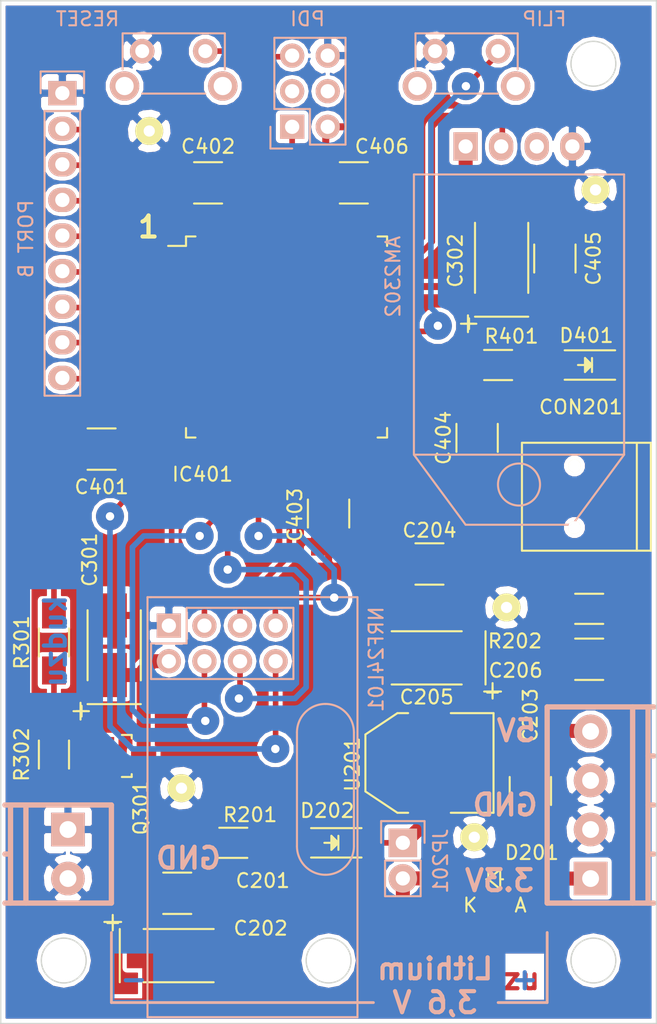
<source format=kicad_pcb>
(kicad_pcb (version 4) (host pcbnew 4.0.2+dfsg1-2~bpo8+1-stable)
  (layers (0 F.Cu signal) (31 B.Cu signal) (34 B.Paste user) (35 F.Paste user) (36 B.SilkS user) (37 F.SilkS user) (38 B.Mask user) (39 F.Mask user) (44 Edge.Cuts user))
  (net 0 "")
  (net 1 VCC)
  (net 2 GND)
  (net 3 "Net-(C203-Pad1)")
  (net 4 "Net-(C204-Pad1)")
  (net 5 "Net-(C301-Pad1)")
  (net 6 uC:RST/PDI_CLK)
  (net 7 "Net-(CON201-Pad4)")
  (net 8 "Net-(D201-Pad2)")
  (net 9 "Net-(D401-Pad2)")
  (net 10 "Net-(IC401-Pad1)")
  (net 11 "Net-(IC401-Pad2)")
  (net 12 "Net-(IC401-Pad3)")
  (net 13 "Net-(IC401-Pad4)")
  (net 14 "Net-(IC401-Pad5)")
  (net 15 "Net-(IC401-Pad6)")
  (net 16 "Net-(IC401-Pad7)")
  (net 17 "Net-(IC401-Pad8)")
  (net 18 "Net-(IC401-Pad9)")
  (net 19 nRF_PWR)
  (net 20 nRF_IRQ)
  (net 21 nRF_CE)
  (net 22 nRF_CSN)
  (net 23 nRF_MOSI)
  (net 24 nRF_MISO)
  (net 25 nRF_SCK)
  (net 26 "Net-(IC401-Pad26)")
  (net 27 "Net-(IC401-Pad27)")
  (net 28 "Net-(IC401-Pad28)")
  (net 29 "Net-(IC401-Pad29)")
  (net 30 "Net-(IC401-Pad30)")
  (net 31 "Net-(IC401-Pad31)")
  (net 32 uC:USB_D-)
  (net 33 uC:USB_D+)
  (net 34 DHT_DATA)
  (net 35 "Net-(IC401-Pad37)")
  (net 36 "Net-(IC401-Pad38)")
  (net 37 "Net-(IC401-Pad39)")
  (net 38 "Net-(IC401-Pad40)")
  (net 39 uC:FLIP_SW)
  (net 40 "Net-(IC401-Pad42)")
  (net 41 "Net-(IC401-Pad43)")
  (net 42 "Net-(IC401-Pad46)")
  (net 43 "Net-(IC401-Pad47)")
  (net 44 "Net-(IC401-Pad49)")
  (net 45 "Net-(IC401-Pad50)")
  (net 46 "Net-(IC401-Pad51)")
  (net 47 "Net-(IC401-Pad54)")
  (net 48 "Net-(IC401-Pad55)")
  (net 49 uC:PDI_DATA)
  (net 50 "Net-(IC401-Pad62)")
  (net 51 "Net-(IC401-Pad63)")
  (net 52 "Net-(IC401-Pad64)")
  (net 53 "Net-(P402-Pad3)")
  (net 54 "Net-(P402-Pad4)")
  (net 55 "Net-(Q301-Pad1)")
  (net 56 "Net-(C206-Pad2)")
  (net 57 "Net-(MOD302-Pad3)")
  (net 58 "Net-(D202-Pad2)")
  (net 59 "Net-(IC401-Pad58)")
  (net 60 "Net-(IC401-Pad59)")
  (net 61 "Net-(IC401-Pad10)")
  (net 62 "Net-(IC401-Pad11)")
  (net 63 "Net-(IC401-Pad12)")
  (net 64 "Net-(IC401-Pad13)")
  (net 65 "Net-(IC401-Pad36)")
  (net 66 "Net-(IC401-Pad16)")
  (module My_modules:AM2302_Naked_H (layer B.Cu) (at 197.8 93 180)
    (fp_text reference MOD302 hide)
    (fp_text value AM2302 (at 12.8 -9.3 270) (layer B.SilkS) (effects (justify mirror)))
    (pad 1 thru_hole rect (at 7.62 0 180) (size 1.7272 2.032) (drill 1.016) (layers *.Cu *.Mask B.SilkS) (net 1 VCC))
    (pad 3 thru_hole oval (at 2.54 0 180) (size 1.7272 2.032) (drill 1.016) (layers *.Cu *.Mask B.SilkS) (net 57 "Net-(MOD302-Pad3)"))
    (pad 2 thru_hole oval (at 5.08 0 180) (size 1.7272 2.032) (drill 1.016) (layers *.Cu *.Mask B.SilkS) (net 34 DHT_DATA))
    (pad 4 thru_hole oval (at 0 0 180) (size 1.7272 2.032) (drill 1.016) (layers *.Cu *.Mask B.SilkS) (net 2 GND))
  )
  (module Housings_QFP:TQFP-64_14x14mm_Pitch0.8mm (layer F.Cu) (at 177.4 106.6)
    (fp_text reference IC401 (at -6 9.8) (layer F.SilkS))
    (fp_text value ATXMEGA128A3U-A)
    (pad 1 smd rect (at -7.7 -6) (size 1.5 0.55) (layers F.Cu F.Paste F.Mask) (net 10 "Net-(IC401-Pad1)"))
    (pad 2 smd rect (at -7.7 -5.2) (size 1.5 0.55) (layers F.Cu F.Paste F.Mask) (net 11 "Net-(IC401-Pad2)"))
    (pad 3 smd rect (at -7.7 -4.4) (size 1.5 0.55) (layers F.Cu F.Paste F.Mask) (net 12 "Net-(IC401-Pad3)"))
    (pad 4 smd rect (at -7.7 -3.6) (size 1.5 0.55) (layers F.Cu F.Paste F.Mask) (net 13 "Net-(IC401-Pad4)"))
    (pad 5 smd rect (at -7.7 -2.8) (size 1.5 0.55) (layers F.Cu F.Paste F.Mask) (net 14 "Net-(IC401-Pad5)"))
    (pad 6 smd rect (at -7.7 -2) (size 1.5 0.55) (layers F.Cu F.Paste F.Mask) (net 15 "Net-(IC401-Pad6)"))
    (pad 7 smd rect (at -7.7 -1.2) (size 1.5 0.55) (layers F.Cu F.Paste F.Mask) (net 16 "Net-(IC401-Pad7)"))
    (pad 8 smd rect (at -7.7 -0.4) (size 1.5 0.55) (layers F.Cu F.Paste F.Mask) (net 17 "Net-(IC401-Pad8)"))
    (pad 9 smd rect (at -7.7 0.4) (size 1.5 0.55) (layers F.Cu F.Paste F.Mask) (net 18 "Net-(IC401-Pad9)"))
    (pad 10 smd rect (at -7.7 1.2) (size 1.5 0.55) (layers F.Cu F.Paste F.Mask) (net 61 "Net-(IC401-Pad10)"))
    (pad 11 smd rect (at -7.7 2) (size 1.5 0.55) (layers F.Cu F.Paste F.Mask) (net 62 "Net-(IC401-Pad11)"))
    (pad 12 smd rect (at -7.7 2.8) (size 1.5 0.55) (layers F.Cu F.Paste F.Mask) (net 63 "Net-(IC401-Pad12)"))
    (pad 13 smd rect (at -7.7 3.6) (size 1.5 0.55) (layers F.Cu F.Paste F.Mask) (net 64 "Net-(IC401-Pad13)"))
    (pad 14 smd rect (at -7.7 4.4) (size 1.5 0.55) (layers F.Cu F.Paste F.Mask) (net 2 GND))
    (pad 15 smd rect (at -7.7 5.2) (size 1.5 0.55) (layers F.Cu F.Paste F.Mask) (net 1 VCC))
    (pad 16 smd rect (at -7.7 6) (size 1.5 0.55) (layers F.Cu F.Paste F.Mask) (net 66 "Net-(IC401-Pad16)"))
    (pad 17 smd rect (at -6 7.7 90) (size 1.5 0.55) (layers F.Cu F.Paste F.Mask) (net 19 nRF_PWR))
    (pad 18 smd rect (at -5.2 7.7 90) (size 1.5 0.55) (layers F.Cu F.Paste F.Mask) (net 20 nRF_IRQ))
    (pad 19 smd rect (at -4.4 7.7 90) (size 1.5 0.55) (layers F.Cu F.Paste F.Mask) (net 21 nRF_CE))
    (pad 20 smd rect (at -3.6 7.7 90) (size 1.5 0.55) (layers F.Cu F.Paste F.Mask) (net 22 nRF_CSN))
    (pad 21 smd rect (at -2.8 7.7 90) (size 1.5 0.55) (layers F.Cu F.Paste F.Mask) (net 23 nRF_MOSI))
    (pad 22 smd rect (at -2 7.7 90) (size 1.5 0.55) (layers F.Cu F.Paste F.Mask) (net 24 nRF_MISO))
    (pad 23 smd rect (at -1.2 7.7 90) (size 1.5 0.55) (layers F.Cu F.Paste F.Mask) (net 25 nRF_SCK))
    (pad 24 smd rect (at -0.4 7.7 90) (size 1.5 0.55) (layers F.Cu F.Paste F.Mask) (net 2 GND))
    (pad 25 smd rect (at 0.4 7.7 90) (size 1.5 0.55) (layers F.Cu F.Paste F.Mask) (net 1 VCC))
    (pad 26 smd rect (at 1.2 7.7 90) (size 1.5 0.55) (layers F.Cu F.Paste F.Mask) (net 26 "Net-(IC401-Pad26)"))
    (pad 27 smd rect (at 2 7.7 90) (size 1.5 0.55) (layers F.Cu F.Paste F.Mask) (net 27 "Net-(IC401-Pad27)"))
    (pad 28 smd rect (at 2.8 7.7 90) (size 1.5 0.55) (layers F.Cu F.Paste F.Mask) (net 28 "Net-(IC401-Pad28)"))
    (pad 29 smd rect (at 3.6 7.7 90) (size 1.5 0.55) (layers F.Cu F.Paste F.Mask) (net 29 "Net-(IC401-Pad29)"))
    (pad 30 smd rect (at 4.4 7.7 90) (size 1.5 0.55) (layers F.Cu F.Paste F.Mask) (net 30 "Net-(IC401-Pad30)"))
    (pad 31 smd rect (at 5.2 7.7 90) (size 1.5 0.55) (layers F.Cu F.Paste F.Mask) (net 31 "Net-(IC401-Pad31)"))
    (pad 32 smd rect (at 6 7.7 90) (size 1.5 0.55) (layers F.Cu F.Paste F.Mask) (net 32 uC:USB_D-))
    (pad 33 smd rect (at 7.7 6) (size 1.5 0.55) (layers F.Cu F.Paste F.Mask) (net 33 uC:USB_D+))
    (pad 34 smd rect (at 7.7 5.2) (size 1.5 0.55) (layers F.Cu F.Paste F.Mask) (net 2 GND))
    (pad 35 smd rect (at 7.7 4.4) (size 1.5 0.55) (layers F.Cu F.Paste F.Mask) (net 1 VCC))
    (pad 36 smd rect (at 7.7 3.6) (size 1.5 0.55) (layers F.Cu F.Paste F.Mask) (net 65 "Net-(IC401-Pad36)"))
    (pad 37 smd rect (at 7.7 2.8) (size 1.5 0.55) (layers F.Cu F.Paste F.Mask) (net 35 "Net-(IC401-Pad37)"))
    (pad 38 smd rect (at 7.7 2) (size 1.5 0.55) (layers F.Cu F.Paste F.Mask) (net 36 "Net-(IC401-Pad38)"))
    (pad 39 smd rect (at 7.7 1.2) (size 1.5 0.55) (layers F.Cu F.Paste F.Mask) (net 37 "Net-(IC401-Pad39)"))
    (pad 40 smd rect (at 7.7 0.4) (size 1.5 0.55) (layers F.Cu F.Paste F.Mask) (net 38 "Net-(IC401-Pad40)"))
    (pad 41 smd rect (at 7.7 -0.4) (size 1.5 0.55) (layers F.Cu F.Paste F.Mask) (net 39 uC:FLIP_SW))
    (pad 42 smd rect (at 7.7 -1.2) (size 1.5 0.55) (layers F.Cu F.Paste F.Mask) (net 40 "Net-(IC401-Pad42)"))
    (pad 43 smd rect (at 7.7 -2) (size 1.5 0.55) (layers F.Cu F.Paste F.Mask) (net 41 "Net-(IC401-Pad43)"))
    (pad 44 smd rect (at 7.7 -2.8) (size 1.5 0.55) (layers F.Cu F.Paste F.Mask) (net 2 GND))
    (pad 45 smd rect (at 7.7 -3.6) (size 1.5 0.55) (layers F.Cu F.Paste F.Mask) (net 1 VCC))
    (pad 46 smd rect (at 7.7 -4.4) (size 1.5 0.55) (layers F.Cu F.Paste F.Mask) (net 42 "Net-(IC401-Pad46)"))
    (pad 47 smd rect (at 7.7 -5.2) (size 1.5 0.55) (layers F.Cu F.Paste F.Mask) (net 43 "Net-(IC401-Pad47)"))
    (pad 48 smd rect (at 7.7 -6) (size 1.5 0.55) (layers F.Cu F.Paste F.Mask) (net 34 DHT_DATA))
    (pad 49 smd rect (at 6 -7.7 90) (size 1.5 0.55) (layers F.Cu F.Paste F.Mask) (net 44 "Net-(IC401-Pad49)"))
    (pad 50 smd rect (at 5.2 -7.7 90) (size 1.5 0.55) (layers F.Cu F.Paste F.Mask) (net 45 "Net-(IC401-Pad50)"))
    (pad 51 smd rect (at 4.4 -7.7 90) (size 1.5 0.55) (layers F.Cu F.Paste F.Mask) (net 46 "Net-(IC401-Pad51)"))
    (pad 52 smd rect (at 3.6 -7.7 90) (size 1.5 0.55) (layers F.Cu F.Paste F.Mask) (net 2 GND))
    (pad 53 smd rect (at 2.8 -7.7 90) (size 1.5 0.55) (layers F.Cu F.Paste F.Mask) (net 1 VCC))
    (pad 54 smd rect (at 2 -7.7 90) (size 1.5 0.55) (layers F.Cu F.Paste F.Mask) (net 47 "Net-(IC401-Pad54)"))
    (pad 55 smd rect (at 1.2 -7.7 90) (size 1.5 0.55) (layers F.Cu F.Paste F.Mask) (net 48 "Net-(IC401-Pad55)"))
    (pad 56 smd rect (at 0.4 -7.7 90) (size 1.5 0.55) (layers F.Cu F.Paste F.Mask) (net 49 uC:PDI_DATA))
    (pad 57 smd rect (at -0.4 -7.7 90) (size 1.5 0.55) (layers F.Cu F.Paste F.Mask) (net 6 uC:RST/PDI_CLK))
    (pad 58 smd rect (at -1.2 -7.7 90) (size 1.5 0.55) (layers F.Cu F.Paste F.Mask) (net 59 "Net-(IC401-Pad58)"))
    (pad 59 smd rect (at -2 -7.7 90) (size 1.5 0.55) (layers F.Cu F.Paste F.Mask) (net 60 "Net-(IC401-Pad59)"))
    (pad 60 smd rect (at -2.8 -7.7 90) (size 1.5 0.55) (layers F.Cu F.Paste F.Mask) (net 2 GND))
    (pad 61 smd rect (at -3.6 -7.7 90) (size 1.5 0.55) (layers F.Cu F.Paste F.Mask) (net 1 VCC))
    (pad 62 smd rect (at -4.4 -7.7 90) (size 1.5 0.55) (layers F.Cu F.Paste F.Mask) (net 50 "Net-(IC401-Pad62)"))
    (pad 63 smd rect (at -5.2 -7.7 90) (size 1.5 0.55) (layers F.Cu F.Paste F.Mask) (net 51 "Net-(IC401-Pad63)"))
    (pad 64 smd rect (at -6 -7.7 90) (size 1.5 0.55) (layers F.Cu F.Paste F.Mask) (net 52 "Net-(IC401-Pad64)"))
  )
  (module Pin_Headers:Pin_Header_Straight_2x03 (layer B.Cu) (at 177.8 91.6)
    (fp_text reference P402 hide)
    (fp_text value PDI (at 1.1 -7.7 180) (layer B.SilkS) (effects (justify mirror)))
    (pad 1 thru_hole rect (at 0 0) (size 1.7272 1.7272) (drill 1.016) (layers *.Cu *.Mask B.SilkS) (net 49 uC:PDI_DATA))
    (pad 2 thru_hole oval (at 2.54 0) (size 1.7272 1.7272) (drill 1.016) (layers *.Cu *.Mask B.SilkS) (net 1 VCC))
    (pad 3 thru_hole oval (at 0 -2.54) (size 1.7272 1.7272) (drill 1.016) (layers *.Cu *.Mask B.SilkS) (net 53 "Net-(P402-Pad3)"))
    (pad 4 thru_hole oval (at 2.54 -2.54) (size 1.7272 1.7272) (drill 1.016) (layers *.Cu *.Mask B.SilkS) (net 54 "Net-(P402-Pad4)"))
    (pad 5 thru_hole oval (at 0 -5.08) (size 1.7272 1.7272) (drill 1.016) (layers *.Cu *.Mask B.SilkS) (net 6 uC:RST/PDI_CLK))
    (pad 6 thru_hole oval (at 2.54 -5.08) (size 1.7272 1.7272) (drill 1.016) (layers *.Cu *.Mask B.SilkS) (net 2 GND))
  )
  (module Capacitors_SMD:C_1210_HandSoldering (layer F.Cu) (at 199 129.6)
    (fp_text reference C206 (at -5.25 0.8) (layer F.SilkS))
    (fp_text value 4n7)
    (pad 1 smd rect (at -2 0) (size 2 2.5) (layers F.Cu F.Paste F.Mask) (net 2 GND))
    (pad 2 smd rect (at 2 0) (size 2 2.5) (layers F.Cu F.Paste F.Mask) (net 56 "Net-(C206-Pad2)"))
  )
  (module My_modules:nRF24L01 (layer B.Cu) (at 169 127.2 180)
    (fp_text reference MOD301 hide)
    (fp_text value NRF24L01 (at -14.8 -2.4 270) (layer B.SilkS) (effects (justify mirror)))
    (pad 1 thru_hole rect (at 0 0) (size 1.7272 1.7272) (drill 1.016) (layers *.Cu *.Mask B.SilkS) (net 2 GND) (thermal_gap 0.508))
    (pad 2 thru_hole oval (at 0 -2.54) (size 1.7272 1.7272) (drill 1.016) (layers *.Cu *.Mask B.SilkS) (net 5 "Net-(C301-Pad1)"))
    (pad 3 thru_hole oval (at -2.54 0) (size 1.7272 1.7272) (drill 1.016) (layers *.Cu *.Mask B.SilkS) (net 21 nRF_CE))
    (pad 4 thru_hole oval (at -2.54 -2.54) (size 1.7272 1.7272) (drill 1.016) (layers *.Cu *.Mask B.SilkS) (net 22 nRF_CSN))
    (pad 5 thru_hole oval (at -5.08 0) (size 1.7272 1.7272) (drill 1.016) (layers *.Cu *.Mask B.SilkS) (net 25 nRF_SCK))
    (pad 6 thru_hole oval (at -5.08 -2.54) (size 1.7272 1.7272) (drill 1.016) (layers *.Cu *.Mask B.SilkS) (net 23 nRF_MOSI))
    (pad 7 thru_hole oval (at -7.62 0) (size 1.7272 1.7272) (drill 1.016) (layers *.Cu *.Mask B.SilkS) (net 24 nRF_MISO))
    (pad 8 thru_hole oval (at -7.62 -2.54) (size 1.7272 1.7272) (drill 1.016) (layers *.Cu *.Mask B.SilkS) (net 20 nRF_IRQ))
  )
  (module TO_SOT_Packages_SMD:SOT-23_Handsoldering (layer F.Cu) (at 165.7 136.5 270)
    (fp_text reference Q301 (at 3.7 -1.3 270) (layer F.SilkS))
    (fp_text value Q_PMOS_GSD)
    (pad 1 smd rect (at -0.95 1.50114 270) (size 0.8001 1.80086) (layers F.Cu F.Paste F.Mask) (net 55 "Net-(Q301-Pad1)"))
    (pad 2 smd rect (at 0.95 1.50114 270) (size 0.8001 1.80086) (layers F.Cu F.Paste F.Mask) (net 1 VCC))
    (pad 3 smd rect (at 0 -1.50114 270) (size 0.8001 1.80086) (layers F.Cu F.Paste F.Mask) (net 5 "Net-(C301-Pad1)"))
  )
  (module My_modules:USB_Mini-B_mod (layer F.Cu) (at 198.8 118 180)
    (fp_text reference CON201 (at 0.4 6.4 180) (layer F.SilkS))
    (fp_text value USB-MINI-B)
    (pad 1 smd rect (at 3.44932 -1.6002 180) (size 2.30124 0.50038) (layers F.Cu F.Paste F.Mask) (net 4 "Net-(C204-Pad1)"))
    (pad 2 smd rect (at 3.44932 -0.8001 180) (size 2.30124 0.50038) (layers F.Cu F.Paste F.Mask) (net 32 uC:USB_D-))
    (pad 3 smd rect (at 3.44932 0 180) (size 2.30124 0.50038) (layers F.Cu F.Paste F.Mask) (net 33 uC:USB_D+))
    (pad 4 smd rect (at 3.44932 0.8001 180) (size 2.30124 0.50038) (layers F.Cu F.Paste F.Mask) (net 7 "Net-(CON201-Pad4)"))
    (pad 5 smd rect (at 3.44932 1.6002 180) (size 2.30124 0.50038) (layers F.Cu F.Paste F.Mask) (net 2 GND))
    (pad 9 smd rect (at 3.35026 -4.45008 180) (size 2.49936 1.99898) (layers F.Cu F.Paste F.Mask) (net 56 "Net-(C206-Pad2)"))
    (pad 8 smd rect (at -2.14884 -4.45008 180) (size 2.49936 1.99898) (layers F.Cu F.Paste F.Mask) (net 56 "Net-(C206-Pad2)"))
    (pad 6 smd rect (at 3.35026 4.45008 180) (size 2.49936 1.99898) (layers F.Cu F.Paste F.Mask) (net 56 "Net-(C206-Pad2)"))
    (pad 7 smd rect (at -2.14884 4.45008 180) (size 2.49936 1.99898) (layers F.Cu F.Paste F.Mask) (net 56 "Net-(C206-Pad2)"))
    (pad "" np_thru_hole circle (at 0.8509 -2.19964 180) (size 0.89916 0.89916) (drill 0.89916) (layers *.Cu *.Mask F.SilkS))
    (pad "" np_thru_hole circle (at 0.8509 2.19964 180) (size 0.89916 0.89916) (drill 0.89916) (layers *.Cu *.Mask F.SilkS))
  )
  (module TO_SOT_Packages_SMD:SOT-223 (layer F.Cu) (at 187.6 137 90)
    (fp_text reference U201 (at -0.1 -5.5 90) (layer F.SilkS))
    (fp_text value NCP1117ST33T3G)
    (pad 4 smd rect (at 0 -3.302 90) (size 3.6576 2.032) (layers F.Cu F.Paste F.Mask))
    (pad 2 smd rect (at 0 3.302 90) (size 1.016 2.032) (layers F.Cu F.Paste F.Mask) (net 3 "Net-(C203-Pad1)"))
    (pad 3 smd rect (at 2.286 3.302 90) (size 1.016 2.032) (layers F.Cu F.Paste F.Mask) (net 4 "Net-(C204-Pad1)"))
    (pad 1 smd rect (at -2.286 3.302 90) (size 1.016 2.032) (layers F.Cu F.Paste F.Mask) (net 2 GND))
  )
  (module Capacitors_SMD:C_1210_HandSoldering (layer F.Cu) (at 169.6 146.3)
    (fp_text reference C201 (at 6.1 -0.9) (layer F.SilkS))
    (fp_text value C)
    (pad 1 smd rect (at -2 0) (size 2 2.5) (layers F.Cu F.Paste F.Mask) (net 1 VCC))
    (pad 2 smd rect (at 2 0) (size 2 2.5) (layers F.Cu F.Paste F.Mask) (net 2 GND))
  )
  (module Capacitors_SMD:C_1210_HandSoldering (layer F.Cu) (at 194.8 139 270)
    (fp_text reference C203 (at -5.4 0 270) (layer F.SilkS))
    (fp_text value C)
    (pad 1 smd rect (at -2 0 270) (size 2 2.5) (layers F.Cu F.Paste F.Mask) (net 3 "Net-(C203-Pad1)"))
    (pad 2 smd rect (at 2 0 270) (size 2 2.5) (layers F.Cu F.Paste F.Mask) (net 2 GND))
  )
  (module Capacitors_SMD:C_1210_HandSoldering (layer F.Cu) (at 187.6 122.8 180)
    (fp_text reference C204 (at 0 2.4 180) (layer F.SilkS))
    (fp_text value C)
    (pad 1 smd rect (at -2 0 180) (size 2 2.5) (layers F.Cu F.Paste F.Mask) (net 4 "Net-(C204-Pad1)"))
    (pad 2 smd rect (at 2 0 180) (size 2 2.5) (layers F.Cu F.Paste F.Mask) (net 2 GND))
  )
  (module Capacitors_SMD:C_1210_HandSoldering (layer F.Cu) (at 164.2 114.6 180)
    (fp_text reference C401 (at 0 -2.7 180) (layer F.SilkS))
    (fp_text value C)
    (pad 1 smd rect (at -2 0 180) (size 2 2.5) (layers F.Cu F.Paste F.Mask) (net 1 VCC))
    (pad 2 smd rect (at 2 0 180) (size 2 2.5) (layers F.Cu F.Paste F.Mask) (net 2 GND))
  )
  (module Capacitors_SMD:C_1210_HandSoldering (layer F.Cu) (at 180.4 119.2 270)
    (fp_text reference C403 (at 0.1 2.4 270) (layer F.SilkS))
    (fp_text value C)
    (pad 1 smd rect (at -2 0 270) (size 2 2.5) (layers F.Cu F.Paste F.Mask) (net 1 VCC))
    (pad 2 smd rect (at 2 0 270) (size 2 2.5) (layers F.Cu F.Paste F.Mask) (net 2 GND))
  )
  (module Capacitors_SMD:C_1210_HandSoldering (layer F.Cu) (at 191 113.8 270)
    (fp_text reference C404 (at 0 2.4 270) (layer F.SilkS))
    (fp_text value C)
    (pad 1 smd rect (at -2 0 270) (size 2 2.5) (layers F.Cu F.Paste F.Mask) (net 1 VCC))
    (pad 2 smd rect (at 2 0 270) (size 2 2.5) (layers F.Cu F.Paste F.Mask) (net 2 GND))
  )
  (module Capacitors_SMD:C_1210_HandSoldering (layer F.Cu) (at 196.55 101 90)
    (fp_text reference C405 (at 0 2.75 90) (layer F.SilkS))
    (fp_text value C)
    (pad 1 smd rect (at -2 0 90) (size 2 2.5) (layers F.Cu F.Paste F.Mask) (net 1 VCC))
    (pad 2 smd rect (at 2 0 90) (size 2 2.5) (layers F.Cu F.Paste F.Mask) (net 2 GND))
  )
  (module Capacitors_SMD:C_1210_HandSoldering (layer F.Cu) (at 182.2 95.6)
    (fp_text reference C406 (at 2 -2.6) (layer F.SilkS))
    (fp_text value C)
    (pad 1 smd rect (at -2 0) (size 2 2.5) (layers F.Cu F.Paste F.Mask) (net 1 VCC))
    (pad 2 smd rect (at 2 0) (size 2 2.5) (layers F.Cu F.Paste F.Mask) (net 2 GND))
  )
  (module LEDs:LED_1206 (layer F.Cu) (at 198.7 108.6 180)
    (fp_text reference D401 (at -0.1 2.1 180) (layer F.SilkS))
    (fp_text value LED)
    (pad 2 smd rect (at 1.41986 0) (size 1.59766 1.80086) (layers F.Cu F.Paste F.Mask) (net 9 "Net-(D401-Pad2)"))
    (pad 1 smd rect (at -1.41986 0) (size 1.59766 1.80086) (layers F.Cu F.Paste F.Mask) (net 1 VCC))
  )
  (module Resistors_SMD:R_1206_HandSoldering (layer F.Cu) (at 173.6 142.7 180)
    (fp_text reference R201 (at -1.2 2 180) (layer F.SilkS))
    (fp_text value 330R)
    (pad 1 smd rect (at -2 0 180) (size 2 1.7) (layers F.Cu F.Paste F.Mask) (net 58 "Net-(D202-Pad2)"))
    (pad 2 smd rect (at 2 0 180) (size 2 1.7) (layers F.Cu F.Paste F.Mask) (net 2 GND))
  )
  (module Resistors_SMD:R_1206_HandSoldering (layer F.Cu) (at 199 126 180)
    (fp_text reference R202 (at 5.3 -2.3 360) (layer F.SilkS))
    (fp_text value 1M)
    (pad 1 smd rect (at -2 0 180) (size 2 1.7) (layers F.Cu F.Paste F.Mask) (net 56 "Net-(C206-Pad2)"))
    (pad 2 smd rect (at 2 0 180) (size 2 1.7) (layers F.Cu F.Paste F.Mask) (net 2 GND))
  )
  (module Resistors_SMD:R_1206_HandSoldering (layer F.Cu) (at 160.8 128.4 90)
    (fp_text reference R301 (at 0 -2.3 90) (layer F.SilkS))
    (fp_text value 100R)
    (pad 1 smd rect (at -2 0 90) (size 2 1.7) (layers F.Cu F.Paste F.Mask) (net 55 "Net-(Q301-Pad1)"))
    (pad 2 smd rect (at 2 0 90) (size 2 1.7) (layers F.Cu F.Paste F.Mask) (net 19 nRF_PWR))
  )
  (module Resistors_SMD:R_1206_HandSoldering (layer F.Cu) (at 160.8 136.4 90)
    (fp_text reference R302 (at 0 -2.3 90) (layer F.SilkS))
    (fp_text value 100k)
    (pad 1 smd rect (at -2 0 90) (size 2 1.7) (layers F.Cu F.Paste F.Mask) (net 1 VCC))
    (pad 2 smd rect (at 2 0 90) (size 2 1.7) (layers F.Cu F.Paste F.Mask) (net 55 "Net-(Q301-Pad1)"))
  )
  (module Capacitors_SMD:C_1210_HandSoldering (layer F.Cu) (at 171.8 95.6 180)
    (fp_text reference C402 (at 0 2.6 180) (layer F.SilkS))
    (fp_text value C)
    (pad 1 smd rect (at -2 0 180) (size 2 2.5) (layers F.Cu F.Paste F.Mask) (net 1 VCC))
    (pad 2 smd rect (at 2 0 180) (size 2 2.5) (layers F.Cu F.Paste F.Mask) (net 2 GND))
  )
  (module Resistors_SMD:R_1206_HandSoldering (layer F.Cu) (at 192.5 108.6 180)
    (fp_text reference R401 (at -0.95 2.05 180) (layer F.SilkS))
    (fp_text value 330R)
    (pad 1 smd rect (at -2 0 180) (size 2 1.7) (layers F.Cu F.Paste F.Mask) (net 9 "Net-(D401-Pad2)"))
    (pad 2 smd rect (at 2 0 180) (size 2 1.7) (layers F.Cu F.Paste F.Mask) (net 36 "Net-(IC401-Pad38)"))
  )
  (module Pin_Headers:Pin_Header_Straight_1x09 (layer B.Cu) (at 161.4 89.2 180)
    (fp_text reference P401 hide)
    (fp_text value "PORT B" (at 2.6 -10.4 270) (layer B.SilkS) (effects (justify mirror)))
    (pad 1 thru_hole rect (at 0 0 180) (size 2.032 1.7272) (drill 1.016) (layers *.Cu *.Mask B.SilkS) (net 2 GND))
    (pad 2 thru_hole oval (at 0 -2.54 180) (size 2.032 1.7272) (drill 1.016) (layers *.Cu *.Mask B.SilkS) (net 15 "Net-(IC401-Pad6)"))
    (pad 3 thru_hole oval (at 0 -5.08 180) (size 2.032 1.7272) (drill 1.016) (layers *.Cu *.Mask B.SilkS) (net 16 "Net-(IC401-Pad7)"))
    (pad 4 thru_hole oval (at 0 -7.62 180) (size 2.032 1.7272) (drill 1.016) (layers *.Cu *.Mask B.SilkS) (net 17 "Net-(IC401-Pad8)"))
    (pad 5 thru_hole oval (at 0 -10.16 180) (size 2.032 1.7272) (drill 1.016) (layers *.Cu *.Mask B.SilkS) (net 18 "Net-(IC401-Pad9)"))
    (pad 6 thru_hole oval (at 0 -12.7 180) (size 2.032 1.7272) (drill 1.016) (layers *.Cu *.Mask B.SilkS) (net 61 "Net-(IC401-Pad10)"))
    (pad 7 thru_hole oval (at 0 -15.24 180) (size 2.032 1.7272) (drill 1.016) (layers *.Cu *.Mask B.SilkS) (net 62 "Net-(IC401-Pad11)"))
    (pad 8 thru_hole oval (at 0 -17.78 180) (size 2.032 1.7272) (drill 1.016) (layers *.Cu *.Mask B.SilkS) (net 63 "Net-(IC401-Pad12)"))
    (pad 9 thru_hole oval (at 0 -20.32 180) (size 2.032 1.7272) (drill 1.016) (layers *.Cu *.Mask B.SilkS) (net 64 "Net-(IC401-Pad13)"))
  )
  (module w_conn_pt-1,5:pt_1,5-4-3,5-h (layer B.Cu) (at 199.8 140 270)
    (fp_text reference P201 hide)
    (fp_text value CONN_4 hide)
    (pad 2 thru_hole circle (at 1.75 0.7 270) (size 2.4 2.4) (drill 1.2) (layers *.Cu *.Mask B.SilkS) (net 2 GND))
    (pad 1 thru_hole rect (at 5.25 0.7 270) (size 2.4 2.4) (drill 1.2) (layers *.Cu *.Mask B.SilkS) (net 8 "Net-(D201-Pad2)"))
    (pad 3 thru_hole circle (at -1.75 0.7 270) (size 2.4 2.4) (drill 1.2) (layers *.Cu *.Mask B.SilkS) (net 2 GND))
    (pad 4 thru_hole circle (at -5.25 0.7 270) (size 2.4 2.4) (drill 1.2) (layers *.Cu *.Mask B.SilkS) (net 4 "Net-(C204-Pad1)"))
  )
  (module Buttons_Switches_ThroughHole:SW_Tactile_SPST_Angled (layer B.Cu) (at 171.6 86.2 180)
    (fp_text reference SW401 hide)
    (fp_text value RESET (at 8.4 2.3 360) (layer B.SilkS) (effects (justify mirror)))
    (pad "" thru_hole circle (at 5.76 -2.49 180) (size 2.1 2.1) (drill 1.3) (layers *.Cu *.Mask B.SilkS))
    (pad 2 thru_hole circle (at 4.5 0 180) (size 1.75 1.75) (drill 0.99) (layers *.Cu *.Mask B.SilkS) (net 2 GND))
    (pad 1 thru_hole circle (at 0 0 180) (size 1.75 1.75) (drill 0.99) (layers *.Cu *.Mask B.SilkS) (net 6 uC:RST/PDI_CLK))
    (pad "" thru_hole circle (at -1.25 -2.49 180) (size 2.1 2.1) (drill 1.3) (layers *.Cu *.Mask B.SilkS))
  )
  (module Buttons_Switches_ThroughHole:SW_Tactile_SPST_Angled (layer B.Cu) (at 192.5 86.2 180)
    (fp_text reference SW402 hide)
    (fp_text value FLIP (at -3.3 2.3 360) (layer B.SilkS) (effects (justify mirror)))
    (pad "" thru_hole circle (at 5.76 -2.49 180) (size 2.1 2.1) (drill 1.3) (layers *.Cu *.Mask B.SilkS))
    (pad 2 thru_hole circle (at 4.5 0 180) (size 1.75 1.75) (drill 0.99) (layers *.Cu *.Mask B.SilkS) (net 2 GND))
    (pad 1 thru_hole circle (at 0 0 180) (size 1.75 1.75) (drill 0.99) (layers *.Cu *.Mask B.SilkS) (net 39 uC:FLIP_SW))
    (pad "" thru_hole circle (at -1.25 -2.49 180) (size 2.1 2.1) (drill 1.3) (layers *.Cu *.Mask B.SilkS))
  )
  (module Pin_Headers:Pin_Header_Straight_1x02 (layer B.Cu) (at 185.7 142.7 180)
    (fp_text reference JP201 (at -2.7 -1.3 270) (layer B.SilkS) (effects (justify mirror)))
    (fp_text value JUMPER)
    (pad 1 thru_hole rect (at 0 0 180) (size 2.032 2.032) (drill 1.016) (layers *.Cu *.Mask B.SilkS) (net 3 "Net-(C203-Pad1)"))
    (pad 2 thru_hole oval (at 0 -2.54 180) (size 2.032 2.032) (drill 1.016) (layers *.Cu *.Mask B.SilkS) (net 1 VCC))
  )
  (module w_conn_pt-1,5:pt_1,5-2-3,5-h (layer B.Cu) (at 161.1 143.5 90)
    (fp_text reference P202 hide)
    (fp_text value CONN_2 hide)
    (pad 2 thru_hole circle (at -1.75 0.7 90) (size 2.4 2.4) (drill 1.2) (layers *.Cu *.Mask B.SilkS) (net 2 GND))
    (pad 1 thru_hole rect (at 1.75 0.7 90) (size 2.4 2.4) (drill 1.2) (layers *.Cu *.Mask B.SilkS) (net 2 GND))
  )
  (module Diodes_SMD:MiniMELF_Handsoldering (layer F.Cu) (at 192.3 145.3)
    (fp_text reference D201 (at 2.6 -1.9) (layer F.SilkS))
    (fp_text value D_Schottky)
    (fp_text user K (at -1.8 1.85) (layer F.SilkS))
    (fp_text user A (at 1.8 1.85) (layer F.SilkS))
    (pad 1 smd rect (at -2.75082 0) (size 3.29946 1.69926) (layers F.Cu F.Paste F.Mask) (net 1 VCC))
    (pad 2 smd rect (at 2.75082 0) (size 3.29946 1.69926) (layers F.Cu F.Paste F.Mask) (net 8 "Net-(D201-Pad2)"))
  )
  (module LEDs:LED_1206 (layer F.Cu) (at 180.6 142.7 180)
    (fp_text reference D202 (at 0.3 2.3 180) (layer F.SilkS))
    (fp_text value LED)
    (pad 2 smd rect (at 1.41986 0) (size 1.59766 1.80086) (layers F.Cu F.Paste F.Mask) (net 58 "Net-(D202-Pad2)"))
    (pad 1 smd rect (at -1.41986 0) (size 1.59766 1.80086) (layers F.Cu F.Paste F.Mask) (net 3 "Net-(C203-Pad1)"))
  )
  (module Wire_Pads:SolderWirePad_single_0-8mmDrill (layer F.Cu) (at 190.8 142.3)
    (fp_text reference P403 hide)
    (fp_text value CONN_1)
    (pad 1 thru_hole circle (at 0 0) (size 1.99898 1.99898) (drill 0.8001) (layers *.Cu *.Mask F.SilkS) (net 2 GND))
  )
  (module Wire_Pads:SolderWirePad_single_0-8mmDrill (layer F.Cu) (at 169.9 138.8)
    (fp_text reference P404 hide)
    (fp_text value CONN_1)
    (pad 1 thru_hole circle (at 0 0) (size 1.99898 1.99898) (drill 0.8001) (layers *.Cu *.Mask F.SilkS) (net 2 GND))
  )
  (module Wire_Pads:SolderWirePad_single_0-8mmDrill (layer F.Cu) (at 199.45 96.1)
    (fp_text reference P405 hide)
    (fp_text value CONN_1)
    (pad 1 thru_hole circle (at 0 0) (size 1.99898 1.99898) (drill 0.8001) (layers *.Cu *.Mask F.SilkS) (net 2 GND))
  )
  (module Wire_Pads:SolderWirePad_single_0-8mmDrill (layer F.Cu) (at 167.6 91.9)
    (fp_text reference P406 hide)
    (fp_text value CONN_1)
    (pad 1 thru_hole circle (at 0 0) (size 1.99898 1.99898) (drill 0.8001) (layers *.Cu *.Mask F.SilkS) (net 2 GND))
  )
  (module Wire_Pads:SolderWirePad_single_0-8mmDrill (layer F.Cu) (at 193.1 125.9)
    (fp_text reference P407 hide)
    (fp_text value CONN_1)
    (pad 1 thru_hole circle (at 0 0) (size 1.99898 1.99898) (drill 0.8001) (layers *.Cu *.Mask F.SilkS) (net 2 GND))
  )
  (module Capacitors_Tantalum_SMD:TantalC_SizeB_EIA-3528_HandSoldering (layer F.Cu) (at 169.7 150.75)
    (fp_text reference C202 (at 5.85 -1.95) (layer F.SilkS))
    (fp_text value 10u)
    (fp_text user + (at -4.70154 -2.4003) (layer F.SilkS))
    (pad 2 smd rect (at 2.12598 0) (size 3.1496 1.80086) (layers F.Cu F.Paste F.Mask) (net 2 GND))
    (pad 1 smd rect (at -2.12598 0) (size 3.1496 1.80086) (layers F.Cu F.Paste F.Mask) (net 1 VCC))
  )
  (module Capacitors_Tantalum_SMD:TantalC_SizeB_EIA-3528_HandSoldering (layer F.Cu) (at 187.4 129.5 180)
    (fp_text reference C205 (at 0 -2.8 180) (layer F.SilkS))
    (fp_text value 22u)
    (fp_text user + (at -4.70154 -2.4003 180) (layer F.SilkS))
    (pad 2 smd rect (at 2.12598 0 180) (size 3.1496 1.80086) (layers F.Cu F.Paste F.Mask) (net 2 GND))
    (pad 1 smd rect (at -2.12598 0 180) (size 3.1496 1.80086) (layers F.Cu F.Paste F.Mask) (net 4 "Net-(C204-Pad1)"))
  )
  (module Capacitors_Tantalum_SMD:TantalC_SizeB_EIA-3528_HandSoldering (layer F.Cu) (at 165.1 128.6 90)
    (fp_text reference C301 (at 6.1 -1.75 90) (layer F.SilkS))
    (fp_text value 10u)
    (fp_text user + (at -4.70154 -2.4003 90) (layer F.SilkS))
    (pad 2 smd rect (at 2.12598 0 90) (size 3.1496 1.80086) (layers F.Cu F.Paste F.Mask) (net 2 GND))
    (pad 1 smd rect (at -2.12598 0 90) (size 3.1496 1.80086) (layers F.Cu F.Paste F.Mask) (net 5 "Net-(C301-Pad1)"))
  )
  (module Capacitors_Tantalum_SMD:TantalC_SizeB_EIA-3528_HandSoldering (layer F.Cu) (at 192.75 100.95 90)
    (fp_text reference C302 (at -0.20066 -3.29946 90) (layer F.SilkS))
    (fp_text value 10u)
    (fp_text user + (at -4.70154 -2.4003 90) (layer F.SilkS))
    (pad 2 smd rect (at 2.12598 0 90) (size 3.1496 1.80086) (layers F.Cu F.Paste F.Mask) (net 2 GND))
    (pad 1 smd rect (at -2.12598 0 90) (size 3.1496 1.80086) (layers F.Cu F.Paste F.Mask) (net 1 VCC))
  )
  (gr_text 1 (at 167.55 98.75) (layer F.SilkS) (effects (font (size 1.5 1.5) (thickness 0.3))))
  (gr_text + (at 194.4 152.4) (layer B.Cu) (effects (font (size 1.5 1.5) (thickness 0.3)) (justify mirror)))
  (gr_text - (at 166.5 152.4) (layer B.Cu) (effects (font (size 1.5 1.5) (thickness 0.3)) (justify mirror)))
  (gr_text "Lithium\n3,6 V" (at 188 152.9) (layer B.SilkS) (effects (font (size 1.5 1.5) (thickness 0.3)) (justify mirror)))
  (gr_line (start 196 154.1) (end 196 149.1) (angle 90) (layer B.SilkS) (width 0.2))
  (gr_line (start 192.5 154.1) (end 196 154.1) (angle 90) (layer B.SilkS) (width 0.2))
  (gr_line (start 164.9 154.1) (end 183.6 154.1) (angle 90) (layer B.SilkS) (width 0.2))
  (gr_line (start 164.9 149.1) (end 164.9 154.1) (angle 90) (layer B.SilkS) (width 0.2))
  (gr_text kudzu (at 160.9 128.3 90) (layer B.Cu) (effects (font (size 1.5 1.5) (thickness 0.3)) (justify mirror)))
  (gr_text kudzu (at 192.2 152.4) (layer F.Cu) (effects (font (size 1.5 1.5) (thickness 0.3))))
  (gr_text GND (at 170.4 143.8) (layer B.SilkS) (effects (font (size 1.5 1.5) (thickness 0.3)) (justify mirror)))
  (gr_circle (center 180.4 151.1) (end 178.8 151.1) (layer Edge.Cuts) (width 0.1))
  (gr_circle (center 161.5 151.1) (end 159.9 151.1) (layer Edge.Cuts) (width 0.1))
  (gr_line (start 157 82.6) (end 157 155.6) (angle 90) (layer Edge.Cuts) (width 0.1))
  (gr_line (start 203.8 155.6) (end 203.8 82.6) (angle 90) (layer Edge.Cuts) (width 0.1))
  (gr_text 5V (at 193.8 134.7) (layer B.SilkS) (effects (font (size 1.5 1.5) (thickness 0.3)) (justify mirror)))
  (gr_text GND (at 193 140) (layer B.SilkS) (effects (font (size 1.5 1.5) (thickness 0.3)) (justify mirror)))
  (gr_text 3.3V (at 192.6 145.4) (layer B.SilkS) (effects (font (size 1.5 1.5) (thickness 0.3)) (justify mirror)))
  (gr_line (start 203.8 155.6) (end 157 155.6) (angle 90) (layer Edge.Cuts) (width 0.1))
  (gr_line (start 157 82.6) (end 203.8 82.6) (angle 90) (layer Edge.Cuts) (width 0.1))
  (gr_circle (center 199.3 151.1) (end 197.7 151.1) (layer Edge.Cuts) (width 0.1))
  (gr_circle (center 199.3 87.1) (end 197.7 87.1) (layer Edge.Cuts) (width 0.1))
  (segment (start 185.1 103) (end 189.46 103) (width 0.5) (layer F.Cu) (net 1))
  (segment (start 189.46 103) (end 190.2 103) (width 0.5) (layer F.Cu) (net 1))
  (segment (start 192.75 103.07598) (end 196.52402 103.02598) (width 1) (layer F.Cu) (net 1))
  (segment (start 196.52402 103.02598) (end 196.55 103) (width 1) (layer F.Cu) (net 1))
  (segment (start 196.55 103) (end 202.4 103) (width 1) (layer F.Cu) (net 1))
  (segment (start 190.18 93) (end 190.2 103) (width 1) (layer F.Cu) (net 1))
  (segment (start 190.24598 103.04598) (end 192.75 103.07598) (width 1) (layer F.Cu) (net 1))
  (segment (start 190.2 103) (end 190.24598 103.04598) (width 1) (layer F.Cu) (net 1))
  (segment (start 185.7 145.24) (end 189.48918 145.24) (width 1) (layer F.Cu) (net 1))
  (segment (start 189.48918 145.24) (end 189.54918 145.3) (width 1) (layer F.Cu) (net 1))
  (segment (start 167.6 146.3) (end 167.6 150.67566) (width 1) (layer F.Cu) (net 1))
  (segment (start 167.6 150.67566) (end 167.6 154.3) (width 1) (layer F.Cu) (net 1))
  (segment (start 167.6 154.3) (end 167.6 153.8) (width 1) (layer F.Cu) (net 1))
  (segment (start 167.6 153.8) (end 167.6 154.3) (width 1) (layer F.Cu) (net 1))
  (segment (start 185.76 145.3) (end 185.7 145.24) (width 1) (layer F.Cu) (net 1))
  (segment (start 172.9 154.3) (end 184.7 154.3) (width 1) (layer F.Cu) (net 1))
  (segment (start 185.7 153.3) (end 185.7 145.24) (width 1) (layer F.Cu) (net 1))
  (segment (start 184.7 154.3) (end 185.7 153.3) (width 1) (layer F.Cu) (net 1))
  (segment (start 171.2 154.3) (end 171.8 154.3) (width 1) (layer F.Cu) (net 1))
  (segment (start 171.8 154.3) (end 172.9 154.3) (width 1) (layer F.Cu) (net 1))
  (segment (start 180.34 91.6) (end 182 91.6) (width 0.5) (layer F.Cu) (net 1))
  (segment (start 182.5 91.1) (end 182.5 83.9) (width 0.5) (layer F.Cu) (net 1))
  (segment (start 182 91.6) (end 182.5 91.1) (width 0.5) (layer F.Cu) (net 1))
  (segment (start 158.4 111.8) (end 158.4 84.8) (width 1) (layer F.Cu) (net 1))
  (segment (start 158.4 84.8) (end 159.3 83.9) (width 1) (layer F.Cu) (net 1))
  (segment (start 159.3 83.9) (end 182.5 83.9) (width 1) (layer F.Cu) (net 1))
  (segment (start 202.4 85) (end 202.4 100) (width 1) (layer F.Cu) (net 1))
  (segment (start 182.5 83.9) (end 201.3 83.9) (width 1) (layer F.Cu) (net 1))
  (segment (start 201.3 83.9) (end 202.4 85) (width 1) (layer F.Cu) (net 1))
  (segment (start 160.8 138.4) (end 158.4 138.4) (width 1) (layer F.Cu) (net 1))
  (segment (start 158.4 138.4) (end 158.5 138.4) (width 0.5) (layer F.Cu) (net 1))
  (segment (start 158.5 138.4) (end 158.4 138.4) (width 0.5) (layer F.Cu) (net 1))
  (segment (start 164.19886 137.45) (end 161.75 137.45) (width 0.5) (layer F.Cu) (net 1))
  (segment (start 161.75 137.45) (end 160.8 138.4) (width 0.5) (layer F.Cu) (net 1))
  (segment (start 158.4 111.8) (end 158.4 138.4) (width 1) (layer F.Cu) (net 1))
  (segment (start 158.4 138.4) (end 158.4 153.3) (width 1) (layer F.Cu) (net 1))
  (segment (start 159.4 154.3) (end 167.2 154.3) (width 1) (layer F.Cu) (net 1))
  (segment (start 167.2 154.3) (end 167.6 154.3) (width 1) (layer F.Cu) (net 1))
  (segment (start 167.6 154.3) (end 168.5 154.3) (width 1) (layer F.Cu) (net 1))
  (segment (start 168.5 154.3) (end 171.2 154.3) (width 1) (layer F.Cu) (net 1))
  (segment (start 158.4 153.3) (end 159.4 154.3) (width 1) (layer F.Cu) (net 1))
  (segment (start 202.4 103) (end 202.4 103) (width 1) (layer F.Cu) (net 1))
  (segment (start 202.4 103) (end 202.4 100) (width 1) (layer F.Cu) (net 1))
  (segment (start 169.7 111.8) (end 177.4 111.8) (width 0.5) (layer F.Cu) (net 1))
  (segment (start 177.8 112.2) (end 177.8 114.3) (width 0.5) (layer F.Cu) (net 1))
  (segment (start 177.4 111.8) (end 177.8 112.2) (width 0.5) (layer F.Cu) (net 1))
  (segment (start 177.8 114.3) (end 177.8 116.8) (width 0.5) (layer F.Cu) (net 1))
  (segment (start 177.8 116.8) (end 178.2 117.2) (width 0.5) (layer F.Cu) (net 1))
  (segment (start 166.2 114.6) (end 166.2 111.8) (width 0.5) (layer F.Cu) (net 1))
  (segment (start 166.2 111.8) (end 166.4 111.8) (width 0.5) (layer F.Cu) (net 1))
  (segment (start 180.2 91.6) (end 180.2 91.74) (width 0.5) (layer F.Cu) (net 1))
  (segment (start 180.2 91.74) (end 180.34 91.6) (width 0.5) (layer F.Cu) (net 1))
  (segment (start 166.4 111.8) (end 158.4 111.8) (width 0.5) (layer F.Cu) (net 1))
  (segment (start 173.8 98.9) (end 173.8 100.6) (width 0.5) (layer F.Cu) (net 1))
  (segment (start 180.2 100.6) (end 180.2 98.9) (width 0.5) (layer F.Cu) (net 1))
  (segment (start 179.8 101) (end 180.2 100.6) (width 0.5) (layer F.Cu) (net 1))
  (segment (start 174.2 101) (end 179.8 101) (width 0.5) (layer F.Cu) (net 1))
  (segment (start 173.8 100.6) (end 174.2 101) (width 0.5) (layer F.Cu) (net 1))
  (segment (start 166.4 111.8) (end 169.7 111.8) (width 0.5) (layer F.Cu) (net 1))
  (segment (start 200.11986 108.6) (end 202.4 108.6) (width 0.5) (layer F.Cu) (net 1))
  (segment (start 180.2 95.6) (end 180.2 91.6) (width 0.5) (layer F.Cu) (net 1))
  (segment (start 202.4 103) (end 202.6 103) (width 0.5) (layer F.Cu) (net 1))
  (segment (start 202.6 103) (end 202.4 103) (width 0.5) (layer F.Cu) (net 1))
  (segment (start 191.2 111) (end 202.4 111) (width 0.5) (layer F.Cu) (net 1))
  (segment (start 202.4 111) (end 202.4 110.6) (width 0.5) (layer F.Cu) (net 1))
  (segment (start 202.4 103) (end 202.4 108.6) (width 1) (layer F.Cu) (net 1))
  (segment (start 202.4 108.6) (end 202.4 110.6) (width 1) (layer F.Cu) (net 1))
  (segment (start 185.1 111) (end 191.2 111) (width 0.5) (layer F.Cu) (net 1))
  (segment (start 173.8 95.6) (end 173.8 94.6) (width 0.5) (layer F.Cu) (net 1))
  (segment (start 180.2 98.9) (end 180.2 94.8) (width 0.5) (layer F.Cu) (net 1))
  (segment (start 173.8 98.9) (end 173.8 95.6) (width 0.5) (layer F.Cu) (net 1))
  (segment (start 178.2 117.2) (end 180.4 117.2) (width 0.5) (layer F.Cu) (net 1))
  (segment (start 185.7 142.7) (end 182.01986 142.7) (width 0.4) (layer F.Cu) (net 3))
  (segment (start 190.902 137) (end 194.8 137) (width 1) (layer F.Cu) (net 3))
  (segment (start 190.902 137) (end 189.2 137) (width 1) (layer F.Cu) (net 3))
  (segment (start 187.8 138.4) (end 187.8 140.8) (width 1) (layer F.Cu) (net 3))
  (segment (start 187.8 140.8) (end 185.7 142.8) (width 1) (layer F.Cu) (net 3))
  (segment (start 189.2 137) (end 187.8 138.4) (width 1) (layer F.Cu) (net 3))
  (segment (start 190.902 134.714) (end 198.876 134.714) (width 1) (layer F.Cu) (net 4))
  (segment (start 189.6 122.8) (end 189.6 130.2) (width 1) (layer F.Cu) (net 4))
  (segment (start 189.6 130.2) (end 189.6 134.6) (width 1) (layer F.Cu) (net 4))
  (segment (start 189.714 134.714) (end 190.902 134.714) (width 1) (layer F.Cu) (net 4))
  (segment (start 189.6 134.6) (end 189.714 134.714) (width 1) (layer F.Cu) (net 4))
  (segment (start 195.35068 119.6002) (end 190.5998 119.6002) (width 0.5) (layer F.Cu) (net 4))
  (segment (start 189.6 120.6) (end 189.6 122.8) (width 0.5) (layer F.Cu) (net 4))
  (segment (start 190.5998 119.6002) (end 189.6 120.6) (width 0.5) (layer F.Cu) (net 4))
  (segment (start 198.876 134.714) (end 199 134.59) (width 1) (layer F.Cu) (net 4))
  (segment (start 198.876 134.714) (end 199 134.59) (width 1) (layer F.Cu) (net 4))
  (segment (start 165.1 130.72598) (end 167.20114 130.72598) (width 1) (layer F.Cu) (net 5))
  (segment (start 167.20114 130.72598) (end 167.20114 130.39886) (width 1) (layer F.Cu) (net 5))
  (segment (start 167.20114 131.79886) (end 167.20114 130.39886) (width 1) (layer F.Cu) (net 5))
  (segment (start 167.86 129.74) (end 169 129.74) (width 1) (layer F.Cu) (net 5))
  (segment (start 167.20114 130.39886) (end 167.86 129.74) (width 1) (layer F.Cu) (net 5))
  (segment (start 169 129.74) (end 169 130) (width 1) (layer F.Cu) (net 5))
  (segment (start 167.20114 131.79886) (end 167.20114 136.5) (width 1) (layer F.Cu) (net 5))
  (segment (start 171.6 86.2) (end 173.2 86.2) (width 0.4) (layer F.Cu) (net 6))
  (segment (start 173.2 86.2) (end 173.6 86.6) (width 0.4) (layer F.Cu) (net 6))
  (segment (start 173.6 86.6) (end 176 86.6) (width 0.4) (layer F.Cu) (net 6))
  (segment (start 177 98.9) (end 177 94.2) (width 0.4) (layer F.Cu) (net 6))
  (segment (start 176 93.2) (end 176 90.6) (width 0.4) (layer F.Cu) (net 6))
  (segment (start 176 90.6) (end 176 86.6) (width 0.4) (layer F.Cu) (net 6))
  (segment (start 176 86.6) (end 176.6 86.6) (width 0.4) (layer F.Cu) (net 6))
  (segment (start 177 94.2) (end 176 93.2) (width 0.4) (layer F.Cu) (net 6))
  (segment (start 176.6 86.6) (end 177.72 86.6) (width 0.4) (layer F.Cu) (net 6))
  (segment (start 177.72 86.6) (end 177.8 86.52) (width 0.4) (layer F.Cu) (net 6))
  (segment (start 199.1 145.25) (end 195.10082 145.25) (width 1) (layer F.Cu) (net 8))
  (segment (start 195.10082 145.25) (end 195.05082 145.3) (width 1) (layer F.Cu) (net 8))
  (segment (start 199.05 145.3) (end 199.1 145.25) (width 1) (layer F.Cu) (net 8))
  (segment (start 194.5 108.6) (end 197.28014 108.6) (width 0.4) (layer F.Cu) (net 9))
  (segment (start 163.8 91.8) (end 161.4 91.8) (width 0.4) (layer F.Cu) (net 15))
  (segment (start 167.4 95.4) (end 163.8 91.8) (width 0.4) (layer F.Cu) (net 15))
  (segment (start 167.4 104.2) (end 167.4 95.4) (width 0.4) (layer F.Cu) (net 15))
  (segment (start 169.7 104.6) (end 167.8 104.6) (width 0.4) (layer F.Cu) (net 15))
  (segment (start 167.8 104.6) (end 167.4 104.2) (width 0.4) (layer F.Cu) (net 15))
  (segment (start 163.74 94.34) (end 161.4 94.34) (width 0.4) (layer F.Cu) (net 16))
  (segment (start 166.6 97.2) (end 163.74 94.34) (width 0.4) (layer F.Cu) (net 16))
  (segment (start 166.6 104.6) (end 166.6 97.2) (width 0.4) (layer F.Cu) (net 16))
  (segment (start 169.7 105.4) (end 167.4 105.4) (width 0.4) (layer F.Cu) (net 16))
  (segment (start 167.4 105.4) (end 166.6 104.6) (width 0.4) (layer F.Cu) (net 16))
  (segment (start 163.68 96.88) (end 161.4 96.88) (width 0.4) (layer F.Cu) (net 17))
  (segment (start 165.8 99) (end 163.68 96.88) (width 0.4) (layer F.Cu) (net 17))
  (segment (start 165.8 105) (end 165.8 99) (width 0.4) (layer F.Cu) (net 17))
  (segment (start 169.7 106.2) (end 167 106.2) (width 0.4) (layer F.Cu) (net 17))
  (segment (start 167 106.2) (end 165.8 105) (width 0.4) (layer F.Cu) (net 17))
  (segment (start 163.8 99.4) (end 161.4 99.42) (width 0.4) (layer F.Cu) (net 18))
  (segment (start 165 100.6) (end 163.8 99.4) (width 0.4) (layer F.Cu) (net 18))
  (segment (start 165 105.4) (end 165 100.6) (width 0.4) (layer F.Cu) (net 18))
  (segment (start 169.7 107) (end 166.6 107) (width 0.4) (layer F.Cu) (net 18))
  (segment (start 166.6 107) (end 165 105.4) (width 0.4) (layer F.Cu) (net 18))
  (segment (start 171.4 114.3) (end 171.4 116.8) (width 0.4) (layer F.Cu) (net 19))
  (segment (start 160.8 117.6) (end 160.8 126.4) (width 0.4) (layer F.Cu) (net 19))
  (segment (start 161.2 117.2) (end 160.8 117.6) (width 0.4) (layer F.Cu) (net 19))
  (segment (start 171 117.2) (end 161.2 117.2) (width 0.4) (layer F.Cu) (net 19))
  (segment (start 171.4 116.8) (end 171 117.2) (width 0.4) (layer F.Cu) (net 19))
  (segment (start 172.2 114.3) (end 172.2 117.2) (width 0.4) (layer F.Cu) (net 20))
  (segment (start 176.62 135.98) (end 176.62 129.74) (width 0.4) (layer F.Cu) (net 20))
  (segment (start 176.6 136) (end 176.62 135.98) (width 0.4) (layer F.Cu) (net 20))
  (via (at 176.6 136) (size 2) (drill 0.6) (layers F.Cu B.Cu) (net 20))
  (segment (start 166.4 136) (end 176.6 136) (width 0.4) (layer B.Cu) (net 20))
  (segment (start 164.8 134.4) (end 166.4 136) (width 0.4) (layer B.Cu) (net 20))
  (segment (start 164.8 119.4) (end 164.8 134.4) (width 0.4) (layer B.Cu) (net 20))
  (via (at 164.8 119.4) (size 2) (drill 0.6) (layers F.Cu B.Cu) (net 20))
  (segment (start 171.4 118) (end 166 118) (width 0.4) (layer F.Cu) (net 20))
  (segment (start 166 118) (end 164.8 119.4) (width 0.4) (layer F.Cu) (net 20))
  (segment (start 172.2 117.2) (end 171.4 118) (width 0.4) (layer F.Cu) (net 20))
  (segment (start 173 114.3) (end 173 117.6) (width 0.4) (layer F.Cu) (net 21))
  (segment (start 169.2 123) (end 171.54 125.34) (width 0.4) (layer F.Cu) (net 21))
  (segment (start 169.2 119.6) (end 169.2 123) (width 0.4) (layer F.Cu) (net 21))
  (segment (start 170 118.8) (end 169.2 119.6) (width 0.4) (layer F.Cu) (net 21))
  (segment (start 171.8 118.8) (end 170 118.8) (width 0.4) (layer F.Cu) (net 21))
  (segment (start 173 117.6) (end 171.8 118.8) (width 0.4) (layer F.Cu) (net 21))
  (segment (start 171.54 125.34) (end 171.54 127.2) (width 0.4) (layer F.Cu) (net 21))
  (via (at 171.6 134) (size 2) (drill 0.6) (layers F.Cu B.Cu) (net 22))
  (segment (start 171.54 129.74) (end 171.54 133.94) (width 0.4) (layer F.Cu) (net 22))
  (segment (start 171.54 133.94) (end 171.6 134) (width 0.4) (layer F.Cu) (net 22))
  (segment (start 173.8 114.3) (end 173.8 118) (width 0.4) (layer F.Cu) (net 22))
  (segment (start 171.2 120.6) (end 171.2 120.8) (width 0.4) (layer F.Cu) (net 22))
  (segment (start 173.8 118) (end 171.2 120.6) (width 0.4) (layer F.Cu) (net 22))
  (segment (start 171.8 120.2) (end 171.8 120.2) (width 0.4) (layer F.Cu) (net 22))
  (segment (start 171.8 120.2) (end 171.8 120.2) (width 0.4) (layer F.Cu) (net 22))
  (segment (start 171.6 134) (end 171.6 133.8) (width 0.4) (layer B.Cu) (net 22))
  (segment (start 167.2 134) (end 171.6 134) (width 0.4) (layer B.Cu) (net 22))
  (segment (start 166.4 133.2) (end 167.2 134) (width 0.4) (layer B.Cu) (net 22))
  (segment (start 166.4 121.6) (end 166.4 133.2) (width 0.4) (layer B.Cu) (net 22))
  (segment (start 167.2 120.8) (end 166.4 121.6) (width 0.4) (layer B.Cu) (net 22))
  (segment (start 168.6 120.8) (end 167.2 120.8) (width 0.4) (layer B.Cu) (net 22))
  (segment (start 171.2 120.8) (end 168.6 120.8) (width 0.4) (layer B.Cu) (net 22))
  (via (at 171.2 120.8) (size 2) (drill 0.6) (layers F.Cu B.Cu) (net 22))
  (segment (start 171.8 120.2) (end 171.2 120.8) (width 0.4) (layer F.Cu) (net 22))
  (segment (start 171.6 133.8) (end 171.46 133.94) (width 0.4) (layer B.Cu) (net 22))
  (segment (start 174.6 114.3) (end 174.6 118.4) (width 0.4) (layer F.Cu) (net 23))
  (segment (start 174.08 132.32) (end 174.08 129.74) (width 0.4) (layer F.Cu) (net 23))
  (segment (start 174 132.4) (end 174.08 132.32) (width 0.4) (layer F.Cu) (net 23))
  (via (at 174 132.4) (size 2) (drill 0.6) (layers F.Cu B.Cu) (net 23))
  (segment (start 178 132.4) (end 174 132.4) (width 0.4) (layer B.Cu) (net 23))
  (segment (start 178.8 131.6) (end 178 132.4) (width 0.4) (layer B.Cu) (net 23))
  (segment (start 178.8 124) (end 178.8 131.6) (width 0.4) (layer B.Cu) (net 23))
  (segment (start 178 123.2) (end 178.8 124) (width 0.4) (layer B.Cu) (net 23))
  (segment (start 173.2 123.2) (end 178 123.2) (width 0.4) (layer B.Cu) (net 23))
  (via (at 173.2 123.2) (size 2) (drill 0.6) (layers F.Cu B.Cu) (net 23))
  (segment (start 173.2 119.8) (end 173.2 123.2) (width 0.4) (layer F.Cu) (net 23))
  (segment (start 174.6 118.4) (end 173.2 119.8) (width 0.4) (layer F.Cu) (net 23))
  (via (at 180.8 125.2) (size 2) (drill 0.6) (layers F.Cu B.Cu) (net 24))
  (via (at 175.4 120.8) (size 2) (drill 0.6) (layers F.Cu B.Cu) (net 24))
  (segment (start 175.4 120.8) (end 178.4 120.8) (width 0.4) (layer B.Cu) (net 24))
  (segment (start 178.4 120.8) (end 180.8 123.2) (width 0.4) (layer B.Cu) (net 24))
  (segment (start 180.8 123.2) (end 180.8 125.2) (width 0.4) (layer B.Cu) (net 24))
  (segment (start 175.4 114.3) (end 175.4 120.8) (width 0.4) (layer F.Cu) (net 24))
  (segment (start 180.8 125.2) (end 177.4 125.2) (width 0.4) (layer F.Cu) (net 24))
  (segment (start 177.4 125.2) (end 176.6 126) (width 0.4) (layer F.Cu) (net 24))
  (segment (start 176.6 126) (end 176.62 127.2) (width 0.4) (layer F.Cu) (net 24))
  (segment (start 176.6 127.18) (end 176.62 127.2) (width 0.4) (layer F.Cu) (net 24))
  (segment (start 176.2 118.4) (end 177.6 119.8) (width 0.4) (layer F.Cu) (net 25))
  (segment (start 177.6 119.8) (end 177.6 122.2) (width 0.4) (layer F.Cu) (net 25))
  (segment (start 177.6 122.2) (end 174.08 125.72) (width 0.4) (layer F.Cu) (net 25))
  (segment (start 176.2 114.3) (end 176.2 118.4) (width 0.4) (layer F.Cu) (net 25))
  (segment (start 174.08 125.72) (end 174.08 127.2) (width 0.4) (layer F.Cu) (net 25))
  (segment (start 195.35068 118.8001) (end 183.8001 118.8001) (width 0.4) (layer F.Cu) (net 32))
  (segment (start 183.4 118.4) (end 183.4 114.3) (width 0.4) (layer F.Cu) (net 32))
  (segment (start 183.8001 118.8001) (end 183.4 118.4) (width 0.4) (layer F.Cu) (net 32))
  (segment (start 195.35068 118) (end 188 118) (width 0.4) (layer F.Cu) (net 33))
  (segment (start 187.2 112.6) (end 185.1 112.6) (width 0.4) (layer F.Cu) (net 33))
  (segment (start 187.6 113) (end 187.2 112.6) (width 0.4) (layer F.Cu) (net 33))
  (segment (start 187.6 117.6) (end 187.6 113) (width 0.4) (layer F.Cu) (net 33))
  (segment (start 188 118) (end 187.6 117.6) (width 0.4) (layer F.Cu) (net 33))
  (segment (start 185.1 100.6) (end 187 100.6) (width 0.4) (layer F.Cu) (net 34))
  (segment (start 192.8 91.6) (end 192.8 92.92) (width 0.4) (layer F.Cu) (net 34))
  (segment (start 192 90.8) (end 192.8 91.6) (width 0.4) (layer F.Cu) (net 34))
  (segment (start 188.6 90.8) (end 192 90.8) (width 0.4) (layer F.Cu) (net 34))
  (segment (start 187.8 91.6) (end 188.6 90.8) (width 0.4) (layer F.Cu) (net 34))
  (segment (start 187.8 99.8) (end 187.8 91.6) (width 0.4) (layer F.Cu) (net 34))
  (segment (start 187 100.6) (end 187.8 99.8) (width 0.4) (layer F.Cu) (net 34))
  (segment (start 192.8 92.92) (end 192.72 93) (width 0.4) (layer F.Cu) (net 34))
  (segment (start 185.1 108.6) (end 187 108.6) (width 0.4) (layer F.Cu) (net 36))
  (segment (start 187.4 108.6) (end 190.5 108.6) (width 0.4) (layer F.Cu) (net 36))
  (segment (start 187 108.6) (end 187.4 108.6) (width 0.4) (layer F.Cu) (net 36))
  (segment (start 185.1 106.2) (end 187.8 106.2) (width 0.4) (layer F.Cu) (net 39))
  (segment (start 192.2 86.7) (end 192.5 86.2) (width 0.4) (layer F.Cu) (net 39))
  (segment (start 191.1 87.8) (end 192.2 86.7) (width 0.4) (layer F.Cu) (net 39))
  (segment (start 190.2 88.7) (end 191.1 87.8) (width 0.4) (layer F.Cu) (net 39))
  (via (at 190.2 88.7) (size 2) (drill 0.6) (layers F.Cu B.Cu) (net 39))
  (segment (start 188.3 105.7) (end 187.7 105.2) (width 0.4) (layer B.Cu) (net 39))
  (segment (start 187.7 105.2) (end 188.2 105) (width 0.4) (layer B.Cu) (net 39))
  (segment (start 188.2 105) (end 187.7 104.5) (width 0.4) (layer B.Cu) (net 39))
  (segment (start 187.7 104.5) (end 187.7 91.2) (width 0.4) (layer B.Cu) (net 39))
  (segment (start 187.7 91.2) (end 190.2 88.7) (width 0.4) (layer B.Cu) (net 39))
  (segment (start 188.2 105.8) (end 188.3 105.7) (width 0.4) (layer B.Cu) (net 39))
  (via (at 188.2 105.8) (size 2) (drill 0.6) (layers F.Cu B.Cu) (net 39))
  (segment (start 187.8 106.2) (end 188.2 105.8) (width 0.4) (layer F.Cu) (net 39))
  (segment (start 177.8 98.9) (end 177.8 91.6) (width 0.4) (layer F.Cu) (net 49))
  (segment (start 164.19886 135.55) (end 161.95 135.55) (width 0.4) (layer F.Cu) (net 55))
  (segment (start 161.95 135.55) (end 160.8 134.4) (width 0.4) (layer F.Cu) (net 55))
  (segment (start 160.8 130.4) (end 160.8 134.4) (width 0.4) (layer F.Cu) (net 55))
  (segment (start 201 126) (end 201 129.6) (width 1) (layer F.Cu) (net 56))
  (segment (start 200.94884 125.94884) (end 201 126) (width 0.4) (layer F.Cu) (net 56))
  (segment (start 200.94884 122.45008) (end 200.94884 125.94884) (width 1) (layer F.Cu) (net 56))
  (segment (start 200.94884 125.94884) (end 201 126) (width 1) (layer F.Cu) (net 56))
  (segment (start 200.94884 125.94884) (end 201 126) (width 0.4) (layer F.Cu) (net 56))
  (segment (start 195.44974 122.45008) (end 200.94884 122.45008) (width 1) (layer F.Cu) (net 56))
  (segment (start 200.94884 122.45008) (end 200.94884 113.54992) (width 1) (layer F.Cu) (net 56))
  (segment (start 200.94884 113.54992) (end 195.44974 113.54992) (width 1) (layer F.Cu) (net 56))
  (segment (start 179.18014 142.7) (end 175.6 142.7) (width 0.4) (layer F.Cu) (net 58))
  (segment (start 163.76 101.96) (end 161.4 101.96) (width 0.4) (layer F.Cu) (net 61))
  (segment (start 164.2 102.4) (end 163.76 101.96) (width 0.4) (layer F.Cu) (net 61))
  (segment (start 164.2 105.8) (end 164.2 102.4) (width 0.4) (layer F.Cu) (net 61))
  (segment (start 169.7 107.8) (end 166.2 107.8) (width 0.4) (layer F.Cu) (net 61))
  (segment (start 166.2 107.8) (end 164.2 105.8) (width 0.4) (layer F.Cu) (net 61))
  (segment (start 162.9 104.5) (end 161.2 104.5) (width 0.4) (layer F.Cu) (net 62))
  (segment (start 163.4 105) (end 162.9 104.5) (width 0.4) (layer F.Cu) (net 62))
  (segment (start 163.4 106.2) (end 163.4 105) (width 0.4) (layer F.Cu) (net 62))
  (segment (start 165.8 108.6) (end 163.4 106.2) (width 0.4) (layer F.Cu) (net 62))
  (segment (start 169.7 108.6) (end 165.8 108.6) (width 0.4) (layer F.Cu) (net 62))
  (segment (start 163.04 107) (end 161.24 107) (width 0.4) (layer F.Cu) (net 63))
  (segment (start 161.24 107) (end 161.2 107.04) (width 0.4) (layer F.Cu) (net 63))
  (segment (start 165.4 109.4) (end 163.04 107) (width 0.4) (layer F.Cu) (net 63))
  (segment (start 163.04 107) (end 163 107.04) (width 0.4) (layer F.Cu) (net 63))
  (segment (start 169.7 109.4) (end 165.4 109.4) (width 0.4) (layer F.Cu) (net 63))
  (segment (start 164.38 109.58) (end 161.2 109.58) (width 0.4) (layer F.Cu) (net 64))
  (segment (start 169.7 110.2) (end 165 110.2) (width 0.4) (layer F.Cu) (net 64))
  (segment (start 165 110.2) (end 164.38 109.58) (width 0.4) (layer F.Cu) (net 64))
  (zone (net 2) (net_name GND) (layer B.Cu) (connect_pads (clearance 0.3)) (min_thickness 0.1) (fill yes (arc_segments 16) (thermal_gap 0.508) (thermal_bridge_width 0.508))
    (polygon (pts (xy 157.2 82.8) (xy 203.6 82.8) (xy 203.6 155.6) (xy 157.2 155.6)))
  )
  (zone (net 2) (net_name GND) (layer F.Cu) (connect_pads (clearance 0.3)) (min_thickness 0.1) (fill yes (arc_segments 16) (thermal_gap 0.508) (thermal_bridge_width 0.508))
    (polygon (pts (xy 203.7 155.5) (xy 157.1 155.5) (xy 157.1 82.7) (xy 203.7 82.7) (xy 203.7 147.4)))
  )
)
</source>
